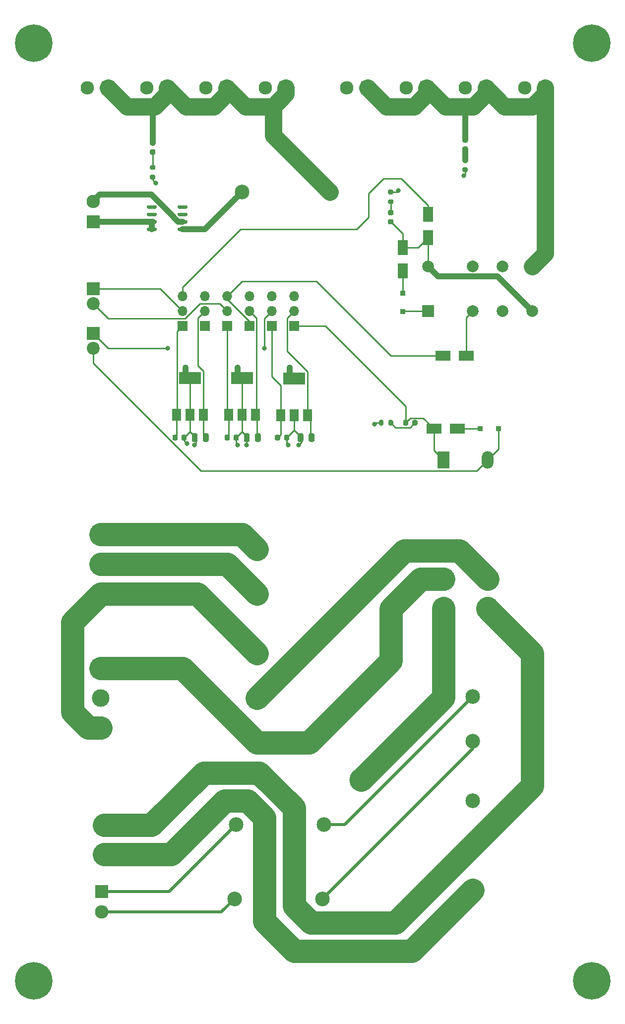
<source format=gbr>
%TF.GenerationSoftware,KiCad,Pcbnew,(5.1.9)-1*%
%TF.CreationDate,2021-03-27T15:00:31-04:00*%
%TF.ProjectId,Power,506f7765-722e-46b6-9963-61645f706362,rev?*%
%TF.SameCoordinates,Original*%
%TF.FileFunction,Copper,L1,Top*%
%TF.FilePolarity,Positive*%
%FSLAX46Y46*%
G04 Gerber Fmt 4.6, Leading zero omitted, Abs format (unit mm)*
G04 Created by KiCad (PCBNEW (5.1.9)-1) date 2021-03-27 15:00:31*
%MOMM*%
%LPD*%
G01*
G04 APERTURE LIST*
%TA.AperFunction,ComponentPad*%
%ADD10C,6.400000*%
%TD*%
%TA.AperFunction,SMDPad,CuDef*%
%ADD11R,2.500000X1.800000*%
%TD*%
%TA.AperFunction,SMDPad,CuDef*%
%ADD12R,1.800000X2.500000*%
%TD*%
%TA.AperFunction,ComponentPad*%
%ADD13C,2.500000*%
%TD*%
%TA.AperFunction,ComponentPad*%
%ADD14C,3.000000*%
%TD*%
%TA.AperFunction,ComponentPad*%
%ADD15R,3.000000X3.000000*%
%TD*%
%TA.AperFunction,ComponentPad*%
%ADD16R,2.500000X2.500000*%
%TD*%
%TA.AperFunction,ComponentPad*%
%ADD17R,2.300000X2.300000*%
%TD*%
%TA.AperFunction,ComponentPad*%
%ADD18C,2.300000*%
%TD*%
%TA.AperFunction,ComponentPad*%
%ADD19C,2.200000*%
%TD*%
%TA.AperFunction,ComponentPad*%
%ADD20R,2.200000X2.200000*%
%TD*%
%TA.AperFunction,ComponentPad*%
%ADD21R,1.700000X1.700000*%
%TD*%
%TA.AperFunction,ComponentPad*%
%ADD22O,1.700000X1.700000*%
%TD*%
%TA.AperFunction,ComponentPad*%
%ADD23R,2.000000X3.000000*%
%TD*%
%TA.AperFunction,ComponentPad*%
%ADD24O,2.000000X3.000000*%
%TD*%
%TA.AperFunction,ComponentPad*%
%ADD25O,3.000000X2.000000*%
%TD*%
%TA.AperFunction,SMDPad,CuDef*%
%ADD26R,3.800000X2.000000*%
%TD*%
%TA.AperFunction,SMDPad,CuDef*%
%ADD27R,1.500000X2.000000*%
%TD*%
%TA.AperFunction,ComponentPad*%
%ADD28R,2.000000X2.000000*%
%TD*%
%TA.AperFunction,ComponentPad*%
%ADD29C,2.000000*%
%TD*%
%TA.AperFunction,SMDPad,CuDef*%
%ADD30R,0.950000X0.900000*%
%TD*%
%TA.AperFunction,SMDPad,CuDef*%
%ADD31R,0.900000X0.950000*%
%TD*%
%TA.AperFunction,ViaPad*%
%ADD32C,0.800000*%
%TD*%
%TA.AperFunction,ViaPad*%
%ADD33C,4.000000*%
%TD*%
%TA.AperFunction,Conductor*%
%ADD34C,0.250000*%
%TD*%
%TA.AperFunction,Conductor*%
%ADD35C,1.000000*%
%TD*%
%TA.AperFunction,Conductor*%
%ADD36C,3.000000*%
%TD*%
%TA.AperFunction,Conductor*%
%ADD37C,4.000000*%
%TD*%
%TA.AperFunction,Conductor*%
%ADD38C,0.500000*%
%TD*%
G04 APERTURE END LIST*
D10*
%TO.P,H4,1*%
%TO.N,Earth_Protective*%
X165100000Y-177800000D03*
%TD*%
%TO.P,C1,2*%
%TO.N,GND*%
%TA.AperFunction,SMDPad,CuDef*%
G36*
G01*
X95080000Y-85340000D02*
X95080000Y-84840000D01*
G75*
G02*
X95305000Y-84615000I225000J0D01*
G01*
X95755000Y-84615000D01*
G75*
G02*
X95980000Y-84840000I0J-225000D01*
G01*
X95980000Y-85340000D01*
G75*
G02*
X95755000Y-85565000I-225000J0D01*
G01*
X95305000Y-85565000D01*
G75*
G02*
X95080000Y-85340000I0J225000D01*
G01*
G37*
%TD.AperFunction*%
%TO.P,C1,1*%
%TO.N,LDO_ON_IN*%
%TA.AperFunction,SMDPad,CuDef*%
G36*
G01*
X93530000Y-85340000D02*
X93530000Y-84840000D01*
G75*
G02*
X93755000Y-84615000I225000J0D01*
G01*
X94205000Y-84615000D01*
G75*
G02*
X94430000Y-84840000I0J-225000D01*
G01*
X94430000Y-85340000D01*
G75*
G02*
X94205000Y-85565000I-225000J0D01*
G01*
X93755000Y-85565000D01*
G75*
G02*
X93530000Y-85340000I0J225000D01*
G01*
G37*
%TD.AperFunction*%
%TD*%
%TO.P,C2,2*%
%TO.N,GND*%
%TA.AperFunction,SMDPad,CuDef*%
G36*
G01*
X103970000Y-85340000D02*
X103970000Y-84840000D01*
G75*
G02*
X104195000Y-84615000I225000J0D01*
G01*
X104645000Y-84615000D01*
G75*
G02*
X104870000Y-84840000I0J-225000D01*
G01*
X104870000Y-85340000D01*
G75*
G02*
X104645000Y-85565000I-225000J0D01*
G01*
X104195000Y-85565000D01*
G75*
G02*
X103970000Y-85340000I0J225000D01*
G01*
G37*
%TD.AperFunction*%
%TO.P,C2,1*%
%TO.N,LDO_OFF_IN*%
%TA.AperFunction,SMDPad,CuDef*%
G36*
G01*
X102420000Y-85340000D02*
X102420000Y-84840000D01*
G75*
G02*
X102645000Y-84615000I225000J0D01*
G01*
X103095000Y-84615000D01*
G75*
G02*
X103320000Y-84840000I0J-225000D01*
G01*
X103320000Y-85340000D01*
G75*
G02*
X103095000Y-85565000I-225000J0D01*
G01*
X102645000Y-85565000D01*
G75*
G02*
X102420000Y-85340000I0J225000D01*
G01*
G37*
%TD.AperFunction*%
%TD*%
%TO.P,C3,1*%
%TO.N,LDO_AC_IN*%
%TA.AperFunction,SMDPad,CuDef*%
G36*
G01*
X111030000Y-85340000D02*
X111030000Y-84840000D01*
G75*
G02*
X111255000Y-84615000I225000J0D01*
G01*
X111705000Y-84615000D01*
G75*
G02*
X111930000Y-84840000I0J-225000D01*
G01*
X111930000Y-85340000D01*
G75*
G02*
X111705000Y-85565000I-225000J0D01*
G01*
X111255000Y-85565000D01*
G75*
G02*
X111030000Y-85340000I0J225000D01*
G01*
G37*
%TD.AperFunction*%
%TO.P,C3,2*%
%TO.N,GND*%
%TA.AperFunction,SMDPad,CuDef*%
G36*
G01*
X112580000Y-85340000D02*
X112580000Y-84840000D01*
G75*
G02*
X112805000Y-84615000I225000J0D01*
G01*
X113255000Y-84615000D01*
G75*
G02*
X113480000Y-84840000I0J-225000D01*
G01*
X113480000Y-85340000D01*
G75*
G02*
X113255000Y-85565000I-225000J0D01*
G01*
X112805000Y-85565000D01*
G75*
G02*
X112580000Y-85340000I0J225000D01*
G01*
G37*
%TD.AperFunction*%
%TD*%
%TO.P,D1,1*%
%TO.N,Net-(D1-Pad1)*%
%TA.AperFunction,SMDPad,CuDef*%
G36*
G01*
X90426250Y-36785000D02*
X89913750Y-36785000D01*
G75*
G02*
X89695000Y-36566250I0J218750D01*
G01*
X89695000Y-36128750D01*
G75*
G02*
X89913750Y-35910000I218750J0D01*
G01*
X90426250Y-35910000D01*
G75*
G02*
X90645000Y-36128750I0J-218750D01*
G01*
X90645000Y-36566250D01*
G75*
G02*
X90426250Y-36785000I-218750J0D01*
G01*
G37*
%TD.AperFunction*%
%TO.P,D1,2*%
%TO.N,DC_IN_+*%
%TA.AperFunction,SMDPad,CuDef*%
G36*
G01*
X90426250Y-35210000D02*
X89913750Y-35210000D01*
G75*
G02*
X89695000Y-34991250I0J218750D01*
G01*
X89695000Y-34553750D01*
G75*
G02*
X89913750Y-34335000I218750J0D01*
G01*
X90426250Y-34335000D01*
G75*
G02*
X90645000Y-34553750I0J-218750D01*
G01*
X90645000Y-34991250D01*
G75*
G02*
X90426250Y-35210000I-218750J0D01*
G01*
G37*
%TD.AperFunction*%
%TD*%
%TO.P,D2,2*%
%TO.N,DC_SW_+*%
%TA.AperFunction,SMDPad,CuDef*%
G36*
G01*
X143766250Y-34727500D02*
X143253750Y-34727500D01*
G75*
G02*
X143035000Y-34508750I0J218750D01*
G01*
X143035000Y-34071250D01*
G75*
G02*
X143253750Y-33852500I218750J0D01*
G01*
X143766250Y-33852500D01*
G75*
G02*
X143985000Y-34071250I0J-218750D01*
G01*
X143985000Y-34508750D01*
G75*
G02*
X143766250Y-34727500I-218750J0D01*
G01*
G37*
%TD.AperFunction*%
%TO.P,D2,1*%
%TO.N,Net-(D2-Pad1)*%
%TA.AperFunction,SMDPad,CuDef*%
G36*
G01*
X143766250Y-36302500D02*
X143253750Y-36302500D01*
G75*
G02*
X143035000Y-36083750I0J218750D01*
G01*
X143035000Y-35646250D01*
G75*
G02*
X143253750Y-35427500I218750J0D01*
G01*
X143766250Y-35427500D01*
G75*
G02*
X143985000Y-35646250I0J-218750D01*
G01*
X143985000Y-36083750D01*
G75*
G02*
X143766250Y-36302500I-218750J0D01*
G01*
G37*
%TD.AperFunction*%
%TD*%
D11*
%TO.P,D3,2*%
%TO.N,Latch_DC*%
X139700000Y-71120000D03*
%TO.P,D3,1*%
%TO.N,Net-(D3-Pad1)*%
X143700000Y-71120000D03*
%TD*%
D12*
%TO.P,D4,2*%
%TO.N,Net-(D4-Pad2)*%
X132842000Y-56642000D03*
%TO.P,D4,1*%
%TO.N,Net-(D4-Pad1)*%
X132842000Y-52642000D03*
%TD*%
D11*
%TO.P,D5,1*%
%TO.N,Coil_AC*%
X138176000Y-83566000D03*
%TO.P,D5,2*%
%TO.N,Net-(D5-Pad2)*%
X142176000Y-83566000D03*
%TD*%
D12*
%TO.P,D6,1*%
%TO.N,Net-(D4-Pad1)*%
X137160000Y-50990000D03*
%TO.P,D6,2*%
%TO.N,Coil_DC*%
X137160000Y-46990000D03*
%TD*%
%TO.P,D7,2*%
%TO.N,Net-(D4-Pad1)*%
%TA.AperFunction,SMDPad,CuDef*%
G36*
G01*
X130553750Y-47822500D02*
X131066250Y-47822500D01*
G75*
G02*
X131285000Y-48041250I0J-218750D01*
G01*
X131285000Y-48478750D01*
G75*
G02*
X131066250Y-48697500I-218750J0D01*
G01*
X130553750Y-48697500D01*
G75*
G02*
X130335000Y-48478750I0J218750D01*
G01*
X130335000Y-48041250D01*
G75*
G02*
X130553750Y-47822500I218750J0D01*
G01*
G37*
%TD.AperFunction*%
%TO.P,D7,1*%
%TO.N,Net-(D7-Pad1)*%
%TA.AperFunction,SMDPad,CuDef*%
G36*
G01*
X130553750Y-46247500D02*
X131066250Y-46247500D01*
G75*
G02*
X131285000Y-46466250I0J-218750D01*
G01*
X131285000Y-46903750D01*
G75*
G02*
X131066250Y-47122500I-218750J0D01*
G01*
X130553750Y-47122500D01*
G75*
G02*
X130335000Y-46903750I0J218750D01*
G01*
X130335000Y-46466250D01*
G75*
G02*
X130553750Y-46247500I218750J0D01*
G01*
G37*
%TD.AperFunction*%
%TD*%
%TO.P,D8,1*%
%TO.N,Net-(D8-Pad1)*%
%TA.AperFunction,SMDPad,CuDef*%
G36*
G01*
X135362500Y-82293750D02*
X135362500Y-82806250D01*
G75*
G02*
X135143750Y-83025000I-218750J0D01*
G01*
X134706250Y-83025000D01*
G75*
G02*
X134487500Y-82806250I0J218750D01*
G01*
X134487500Y-82293750D01*
G75*
G02*
X134706250Y-82075000I218750J0D01*
G01*
X135143750Y-82075000D01*
G75*
G02*
X135362500Y-82293750I0J-218750D01*
G01*
G37*
%TD.AperFunction*%
%TO.P,D8,2*%
%TO.N,Coil_AC*%
%TA.AperFunction,SMDPad,CuDef*%
G36*
G01*
X133787500Y-82293750D02*
X133787500Y-82806250D01*
G75*
G02*
X133568750Y-83025000I-218750J0D01*
G01*
X133131250Y-83025000D01*
G75*
G02*
X132912500Y-82806250I0J218750D01*
G01*
X132912500Y-82293750D01*
G75*
G02*
X133131250Y-82075000I218750J0D01*
G01*
X133568750Y-82075000D01*
G75*
G02*
X133787500Y-82293750I0J-218750D01*
G01*
G37*
%TD.AperFunction*%
%TD*%
D13*
%TO.P,FL1,5*%
%TO.N,Line_DC_PWR*%
X107950000Y-104140000D03*
%TO.P,FL1,4*%
%TO.N,Neut_DC_PWR*%
X107950000Y-111760000D03*
%TO.P,FL1,3*%
%TO.N,Earth_Protective*%
X107950000Y-121920000D03*
%TO.P,FL1,2*%
%TO.N,Neut_IN*%
X107950000Y-129540000D03*
%TO.P,FL1,1*%
%TO.N,Line_IN*%
%TA.AperFunction,ComponentPad*%
G36*
G01*
X109200000Y-136535000D02*
X109200000Y-137785000D01*
G75*
G02*
X108575000Y-138410000I-625000J0D01*
G01*
X107325000Y-138410000D01*
G75*
G02*
X106700000Y-137785000I0J625000D01*
G01*
X106700000Y-136535000D01*
G75*
G02*
X107325000Y-135910000I625000J0D01*
G01*
X108575000Y-135910000D01*
G75*
G02*
X109200000Y-136535000I0J-625000D01*
G01*
G37*
%TD.AperFunction*%
%TD*%
%TO.P,FL2,1*%
%TO.N,Line_Servo*%
%TA.AperFunction,ComponentPad*%
G36*
G01*
X146030000Y-161700000D02*
X146030000Y-162950000D01*
G75*
G02*
X145405000Y-163575000I-625000J0D01*
G01*
X144155000Y-163575000D01*
G75*
G02*
X143530000Y-162950000I0J625000D01*
G01*
X143530000Y-161700000D01*
G75*
G02*
X144155000Y-161075000I625000J0D01*
G01*
X145405000Y-161075000D01*
G75*
G02*
X146030000Y-161700000I0J-625000D01*
G01*
G37*
%TD.AperFunction*%
%TO.P,FL2,2*%
%TO.N,Neut_Servo*%
X144780000Y-154705000D03*
%TO.P,FL2,3*%
%TO.N,Earth_Protective*%
X144780000Y-147085000D03*
%TO.P,FL2,4*%
%TO.N,Neut_Fuse*%
X144780000Y-136925000D03*
%TO.P,FL2,5*%
%TO.N,LIne_Fuse*%
X144780000Y-129305000D03*
%TD*%
D14*
%TO.P,J1,3*%
%TO.N,Earth_Protective*%
X81280000Y-111760000D03*
%TO.P,J1,2*%
%TO.N,Neut_DC_PWR*%
X81280000Y-106680000D03*
D15*
%TO.P,J1,1*%
%TO.N,Line_DC_PWR*%
X81280000Y-101600000D03*
%TD*%
%TO.P,J2,1*%
%TO.N,Line_IN*%
X81280000Y-124460000D03*
D14*
%TO.P,J2,2*%
%TO.N,Neut_IN*%
X81280000Y-129540000D03*
%TO.P,J2,3*%
%TO.N,Earth_Protective*%
X81280000Y-134620000D03*
%TD*%
D16*
%TO.P,J3,1*%
%TO.N,Line_Servo*%
X81880000Y-156210000D03*
D13*
%TO.P,J3,2*%
%TO.N,Neut_Servo*%
X81880000Y-151210000D03*
%TD*%
D17*
%TO.P,J4,1*%
%TO.N,LIne_Logic*%
X81480000Y-162560000D03*
D18*
%TO.P,J4,2*%
%TO.N,Neut_Logic*%
X81480000Y-166060000D03*
%TD*%
%TO.P,J5,2*%
%TO.N,GND*%
X79050000Y-25400000D03*
D17*
%TO.P,J5,1*%
%TO.N,DC_IN_+*%
X82550000Y-25400000D03*
%TD*%
D18*
%TO.P,J6,2*%
%TO.N,GND*%
X80010000Y-44760000D03*
D17*
%TO.P,J6,1*%
%TO.N,Net-(J6-Pad1)*%
X80010000Y-48260000D03*
%TD*%
D19*
%TO.P,J7,2*%
%TO.N,SW_OFF*%
X80010000Y-62230000D03*
D20*
%TO.P,J7,1*%
%TO.N,SW_ON*%
X80010000Y-59690000D03*
%TD*%
%TO.P,J8,1*%
%TO.N,ESD_+*%
X80010000Y-67310000D03*
D19*
%TO.P,J8,2*%
%TO.N,ESD_-*%
X80010000Y-69850000D03*
%TD*%
D17*
%TO.P,J9,1*%
%TO.N,DC_IN_+*%
X92665714Y-25400000D03*
D18*
%TO.P,J9,2*%
%TO.N,GND*%
X89165714Y-25400000D03*
%TD*%
D17*
%TO.P,J10,1*%
%TO.N,DC_IN_+*%
X102781428Y-25400000D03*
D18*
%TO.P,J10,2*%
%TO.N,GND*%
X99281428Y-25400000D03*
%TD*%
%TO.P,J11,2*%
%TO.N,GND*%
X109397142Y-25400000D03*
D17*
%TO.P,J11,1*%
%TO.N,DC_IN_+*%
X112897142Y-25400000D03*
%TD*%
D18*
%TO.P,J12,2*%
%TO.N,GND*%
X123322856Y-25400000D03*
D17*
%TO.P,J12,1*%
%TO.N,DC_SW_+*%
X126822856Y-25400000D03*
%TD*%
%TO.P,J13,1*%
%TO.N,DC_SW_+*%
X136938570Y-25400000D03*
D18*
%TO.P,J13,2*%
%TO.N,GND*%
X133438570Y-25400000D03*
%TD*%
%TO.P,J14,2*%
%TO.N,GND*%
X143554284Y-25400000D03*
D17*
%TO.P,J14,1*%
%TO.N,DC_SW_+*%
X147054284Y-25400000D03*
%TD*%
%TO.P,J15,1*%
%TO.N,DC_SW_+*%
X157170000Y-25400000D03*
D18*
%TO.P,J15,2*%
%TO.N,GND*%
X153670000Y-25400000D03*
%TD*%
D21*
%TO.P,JP1,1*%
%TO.N,LDO_ON_IN*%
X95250000Y-66040000D03*
D22*
%TO.P,JP1,2*%
%TO.N,SW_ON*%
X95250000Y-63500000D03*
%TO.P,JP1,3*%
%TO.N,Coil_DC*%
X95250000Y-60960000D03*
%TD*%
%TO.P,JP2,3*%
%TO.N,Net-(JP2-Pad3)*%
X99060000Y-60960000D03*
%TO.P,JP2,2*%
%TO.N,LDO_ON_OUT*%
X99060000Y-63500000D03*
D21*
%TO.P,JP2,1*%
%TO.N,Coil_DC*%
X99060000Y-66040000D03*
%TD*%
%TO.P,JP3,1*%
%TO.N,LDO_OFF_IN*%
X102870000Y-66040000D03*
D22*
%TO.P,JP3,2*%
%TO.N,SW_OFF*%
X102870000Y-63500000D03*
%TO.P,JP3,3*%
%TO.N,Latch_DC*%
X102870000Y-60960000D03*
%TD*%
%TO.P,JP4,3*%
%TO.N,Net-(JP4-Pad3)*%
X106680000Y-60960000D03*
%TO.P,JP4,2*%
%TO.N,LDO_OFF_OUT*%
X106680000Y-63500000D03*
D21*
%TO.P,JP4,1*%
%TO.N,Latch_DC*%
X106680000Y-66040000D03*
%TD*%
D22*
%TO.P,JP5,3*%
%TO.N,Coil_AC*%
X110490000Y-60960000D03*
%TO.P,JP5,2*%
%TO.N,ESD_+*%
X110490000Y-63500000D03*
D21*
%TO.P,JP5,1*%
%TO.N,LDO_AC_IN*%
X110490000Y-66040000D03*
%TD*%
%TO.P,JP6,1*%
%TO.N,Coil_AC*%
X114300000Y-66040000D03*
D22*
%TO.P,JP6,2*%
%TO.N,LDO_AC_OUT*%
X114300000Y-63500000D03*
%TO.P,JP6,3*%
%TO.N,Net-(JP6-Pad3)*%
X114300000Y-60960000D03*
%TD*%
D23*
%TO.P,K1,A1*%
%TO.N,Coil_AC*%
X139820000Y-88900000D03*
D24*
%TO.P,K1,A2*%
%TO.N,ESD_-*%
X147320000Y-88900000D03*
D25*
%TO.P,K1,11*%
%TO.N,Line_IN*%
X139820000Y-109200000D03*
%TO.P,K1,24*%
%TO.N,Neut_Servo*%
X147320000Y-114240000D03*
%TO.P,K1,21*%
%TO.N,Neut_IN*%
X147320000Y-109200000D03*
%TO.P,K1,14*%
%TO.N,Line_Servo*%
X139820000Y-114240000D03*
%TD*%
%TO.P,R1,2*%
%TO.N,GND*%
%TA.AperFunction,SMDPad,CuDef*%
G36*
G01*
X89895000Y-40240000D02*
X90445000Y-40240000D01*
G75*
G02*
X90645000Y-40440000I0J-200000D01*
G01*
X90645000Y-40840000D01*
G75*
G02*
X90445000Y-41040000I-200000J0D01*
G01*
X89895000Y-41040000D01*
G75*
G02*
X89695000Y-40840000I0J200000D01*
G01*
X89695000Y-40440000D01*
G75*
G02*
X89895000Y-40240000I200000J0D01*
G01*
G37*
%TD.AperFunction*%
%TO.P,R1,1*%
%TO.N,Net-(D1-Pad1)*%
%TA.AperFunction,SMDPad,CuDef*%
G36*
G01*
X89895000Y-38590000D02*
X90445000Y-38590000D01*
G75*
G02*
X90645000Y-38790000I0J-200000D01*
G01*
X90645000Y-39190000D01*
G75*
G02*
X90445000Y-39390000I-200000J0D01*
G01*
X89895000Y-39390000D01*
G75*
G02*
X89695000Y-39190000I0J200000D01*
G01*
X89695000Y-38790000D01*
G75*
G02*
X89895000Y-38590000I200000J0D01*
G01*
G37*
%TD.AperFunction*%
%TD*%
%TO.P,R2,1*%
%TO.N,Net-(D2-Pad1)*%
%TA.AperFunction,SMDPad,CuDef*%
G36*
G01*
X143235000Y-37320000D02*
X143785000Y-37320000D01*
G75*
G02*
X143985000Y-37520000I0J-200000D01*
G01*
X143985000Y-37920000D01*
G75*
G02*
X143785000Y-38120000I-200000J0D01*
G01*
X143235000Y-38120000D01*
G75*
G02*
X143035000Y-37920000I0J200000D01*
G01*
X143035000Y-37520000D01*
G75*
G02*
X143235000Y-37320000I200000J0D01*
G01*
G37*
%TD.AperFunction*%
%TO.P,R2,2*%
%TO.N,GND*%
%TA.AperFunction,SMDPad,CuDef*%
G36*
G01*
X143235000Y-38970000D02*
X143785000Y-38970000D01*
G75*
G02*
X143985000Y-39170000I0J-200000D01*
G01*
X143985000Y-39570000D01*
G75*
G02*
X143785000Y-39770000I-200000J0D01*
G01*
X143235000Y-39770000D01*
G75*
G02*
X143035000Y-39570000I0J200000D01*
G01*
X143035000Y-39170000D01*
G75*
G02*
X143235000Y-38970000I200000J0D01*
G01*
G37*
%TD.AperFunction*%
%TD*%
%TO.P,R3,2*%
%TO.N,GND*%
%TA.AperFunction,SMDPad,CuDef*%
G36*
G01*
X131085000Y-43580000D02*
X130535000Y-43580000D01*
G75*
G02*
X130335000Y-43380000I0J200000D01*
G01*
X130335000Y-42980000D01*
G75*
G02*
X130535000Y-42780000I200000J0D01*
G01*
X131085000Y-42780000D01*
G75*
G02*
X131285000Y-42980000I0J-200000D01*
G01*
X131285000Y-43380000D01*
G75*
G02*
X131085000Y-43580000I-200000J0D01*
G01*
G37*
%TD.AperFunction*%
%TO.P,R3,1*%
%TO.N,Net-(D7-Pad1)*%
%TA.AperFunction,SMDPad,CuDef*%
G36*
G01*
X131085000Y-45230000D02*
X130535000Y-45230000D01*
G75*
G02*
X130335000Y-45030000I0J200000D01*
G01*
X130335000Y-44630000D01*
G75*
G02*
X130535000Y-44430000I200000J0D01*
G01*
X131085000Y-44430000D01*
G75*
G02*
X131285000Y-44630000I0J-200000D01*
G01*
X131285000Y-45030000D01*
G75*
G02*
X131085000Y-45230000I-200000J0D01*
G01*
G37*
%TD.AperFunction*%
%TD*%
%TO.P,R4,1*%
%TO.N,Net-(D8-Pad1)*%
%TA.AperFunction,SMDPad,CuDef*%
G36*
G01*
X131210000Y-82275000D02*
X131210000Y-82825000D01*
G75*
G02*
X131010000Y-83025000I-200000J0D01*
G01*
X130610000Y-83025000D01*
G75*
G02*
X130410000Y-82825000I0J200000D01*
G01*
X130410000Y-82275000D01*
G75*
G02*
X130610000Y-82075000I200000J0D01*
G01*
X131010000Y-82075000D01*
G75*
G02*
X131210000Y-82275000I0J-200000D01*
G01*
G37*
%TD.AperFunction*%
%TO.P,R4,2*%
%TO.N,GND*%
%TA.AperFunction,SMDPad,CuDef*%
G36*
G01*
X129560000Y-82275000D02*
X129560000Y-82825000D01*
G75*
G02*
X129360000Y-83025000I-200000J0D01*
G01*
X128960000Y-83025000D01*
G75*
G02*
X128760000Y-82825000I0J200000D01*
G01*
X128760000Y-82275000D01*
G75*
G02*
X128960000Y-82075000I200000J0D01*
G01*
X129360000Y-82075000D01*
G75*
G02*
X129560000Y-82275000I0J-200000D01*
G01*
G37*
%TD.AperFunction*%
%TD*%
%TO.P,U2,1*%
%TO.N,Net-(F1-Pad1)*%
%TA.AperFunction,SMDPad,CuDef*%
G36*
G01*
X96075000Y-49380000D02*
X96075000Y-49680000D01*
G75*
G02*
X95925000Y-49830000I-150000J0D01*
G01*
X94575000Y-49830000D01*
G75*
G02*
X94425000Y-49680000I0J150000D01*
G01*
X94425000Y-49380000D01*
G75*
G02*
X94575000Y-49230000I150000J0D01*
G01*
X95925000Y-49230000D01*
G75*
G02*
X96075000Y-49380000I0J-150000D01*
G01*
G37*
%TD.AperFunction*%
%TO.P,U2,2*%
%TO.N,GND*%
%TA.AperFunction,SMDPad,CuDef*%
G36*
G01*
X96075000Y-48110000D02*
X96075000Y-48410000D01*
G75*
G02*
X95925000Y-48560000I-150000J0D01*
G01*
X94575000Y-48560000D01*
G75*
G02*
X94425000Y-48410000I0J150000D01*
G01*
X94425000Y-48110000D01*
G75*
G02*
X94575000Y-47960000I150000J0D01*
G01*
X95925000Y-47960000D01*
G75*
G02*
X96075000Y-48110000I0J-150000D01*
G01*
G37*
%TD.AperFunction*%
%TO.P,U2,3*%
%TO.N,N/C*%
%TA.AperFunction,SMDPad,CuDef*%
G36*
G01*
X96075000Y-46840000D02*
X96075000Y-47140000D01*
G75*
G02*
X95925000Y-47290000I-150000J0D01*
G01*
X94575000Y-47290000D01*
G75*
G02*
X94425000Y-47140000I0J150000D01*
G01*
X94425000Y-46840000D01*
G75*
G02*
X94575000Y-46690000I150000J0D01*
G01*
X95925000Y-46690000D01*
G75*
G02*
X96075000Y-46840000I0J-150000D01*
G01*
G37*
%TD.AperFunction*%
%TO.P,U2,4*%
%TA.AperFunction,SMDPad,CuDef*%
G36*
G01*
X96075000Y-45570000D02*
X96075000Y-45870000D01*
G75*
G02*
X95925000Y-46020000I-150000J0D01*
G01*
X94575000Y-46020000D01*
G75*
G02*
X94425000Y-45870000I0J150000D01*
G01*
X94425000Y-45570000D01*
G75*
G02*
X94575000Y-45420000I150000J0D01*
G01*
X95925000Y-45420000D01*
G75*
G02*
X96075000Y-45570000I0J-150000D01*
G01*
G37*
%TD.AperFunction*%
%TO.P,U2,5*%
%TA.AperFunction,SMDPad,CuDef*%
G36*
G01*
X90825000Y-45570000D02*
X90825000Y-45870000D01*
G75*
G02*
X90675000Y-46020000I-150000J0D01*
G01*
X89325000Y-46020000D01*
G75*
G02*
X89175000Y-45870000I0J150000D01*
G01*
X89175000Y-45570000D01*
G75*
G02*
X89325000Y-45420000I150000J0D01*
G01*
X90675000Y-45420000D01*
G75*
G02*
X90825000Y-45570000I0J-150000D01*
G01*
G37*
%TD.AperFunction*%
%TO.P,U2,6*%
%TA.AperFunction,SMDPad,CuDef*%
G36*
G01*
X90825000Y-46840000D02*
X90825000Y-47140000D01*
G75*
G02*
X90675000Y-47290000I-150000J0D01*
G01*
X89325000Y-47290000D01*
G75*
G02*
X89175000Y-47140000I0J150000D01*
G01*
X89175000Y-46840000D01*
G75*
G02*
X89325000Y-46690000I150000J0D01*
G01*
X90675000Y-46690000D01*
G75*
G02*
X90825000Y-46840000I0J-150000D01*
G01*
G37*
%TD.AperFunction*%
%TO.P,U2,7*%
%TO.N,Net-(J6-Pad1)*%
%TA.AperFunction,SMDPad,CuDef*%
G36*
G01*
X90825000Y-48110000D02*
X90825000Y-48410000D01*
G75*
G02*
X90675000Y-48560000I-150000J0D01*
G01*
X89325000Y-48560000D01*
G75*
G02*
X89175000Y-48410000I0J150000D01*
G01*
X89175000Y-48110000D01*
G75*
G02*
X89325000Y-47960000I150000J0D01*
G01*
X90675000Y-47960000D01*
G75*
G02*
X90825000Y-48110000I0J-150000D01*
G01*
G37*
%TD.AperFunction*%
%TO.P,U2,8*%
%TA.AperFunction,SMDPad,CuDef*%
G36*
G01*
X90825000Y-49380000D02*
X90825000Y-49680000D01*
G75*
G02*
X90675000Y-49830000I-150000J0D01*
G01*
X89325000Y-49830000D01*
G75*
G02*
X89175000Y-49680000I0J150000D01*
G01*
X89175000Y-49380000D01*
G75*
G02*
X89325000Y-49230000I150000J0D01*
G01*
X90675000Y-49230000D01*
G75*
G02*
X90825000Y-49380000I0J-150000D01*
G01*
G37*
%TD.AperFunction*%
%TD*%
D26*
%TO.P,U3,2*%
%TO.N,GND*%
X96520000Y-74930000D03*
D27*
X96520000Y-81230000D03*
%TO.P,U3,3*%
%TO.N,LDO_ON_OUT*%
X98820000Y-81230000D03*
%TO.P,U3,1*%
%TO.N,LDO_ON_IN*%
X94220000Y-81230000D03*
%TD*%
D26*
%TO.P,U4,2*%
%TO.N,GND*%
X105410000Y-74930000D03*
D27*
X105410000Y-81230000D03*
%TO.P,U4,3*%
%TO.N,LDO_OFF_OUT*%
X107710000Y-81230000D03*
%TO.P,U4,1*%
%TO.N,LDO_OFF_IN*%
X103110000Y-81230000D03*
%TD*%
%TO.P,U5,1*%
%TO.N,LDO_AC_IN*%
X112000000Y-81280000D03*
%TO.P,U5,3*%
%TO.N,LDO_AC_OUT*%
X116600000Y-81280000D03*
%TO.P,U5,2*%
%TO.N,GND*%
X114300000Y-81280000D03*
D26*
X114300000Y-74980000D03*
%TD*%
D28*
%TO.P,RLY1,1*%
%TO.N,GND*%
X137160000Y-63500000D03*
D29*
%TO.P,RLY1,16*%
%TO.N,Net-(D4-Pad1)*%
X137160000Y-55880000D03*
%TO.P,RLY1,4*%
%TO.N,Net-(D3-Pad1)*%
X144780000Y-63500000D03*
%TO.P,RLY1,6*%
%TO.N,Net-(RLY1-Pad6)*%
X149860000Y-63500000D03*
%TO.P,RLY1,8*%
%TO.N,Net-(D4-Pad1)*%
X154940000Y-63500000D03*
%TO.P,RLY1,13*%
%TO.N,SW_OFF*%
X144780000Y-55880000D03*
%TO.P,RLY1,11*%
%TO.N,Net-(RLY1-Pad11)*%
X149860000Y-55880000D03*
%TO.P,RLY1,9*%
%TO.N,DC_SW_+*%
X154940000Y-55880000D03*
%TD*%
D30*
%TO.P,Z1,K*%
%TO.N,GND*%
X132842000Y-63602000D03*
%TO.P,Z1,A*%
%TO.N,Net-(D4-Pad2)*%
X132842000Y-60452000D03*
%TD*%
D31*
%TO.P,Z2,A*%
%TO.N,Net-(D5-Pad2)*%
X146050000Y-83566000D03*
%TO.P,Z2,K*%
%TO.N,ESD_-*%
X149200000Y-83566000D03*
%TD*%
D13*
%TO.P,F1,1*%
%TO.N,Net-(F1-Pad1)*%
X105410000Y-43180000D03*
%TO.P,F1,2*%
%TO.N,DC_IN_+*%
X120410000Y-43180000D03*
%TD*%
%TO.P,F2,1*%
%TO.N,LIne_Logic*%
X104380000Y-151130000D03*
%TO.P,F2,2*%
%TO.N,LIne_Fuse*%
X119380000Y-151130000D03*
%TD*%
%TO.P,F3,2*%
%TO.N,Neut_Fuse*%
X119140000Y-163830000D03*
%TO.P,F3,1*%
%TO.N,Neut_Logic*%
X104140000Y-163830000D03*
%TD*%
D10*
%TO.P,H1,1*%
%TO.N,GND*%
X69850000Y-17780000D03*
%TD*%
%TO.P,H2,1*%
%TO.N,GND*%
X165100000Y-17780000D03*
%TD*%
%TO.P,H3,1*%
%TO.N,Earth_Protective*%
X69850000Y-177800000D03*
%TD*%
%TO.P,C4,1*%
%TO.N,LDO_ON_OUT*%
%TA.AperFunction,SMDPad,CuDef*%
G36*
G01*
X99735000Y-84615000D02*
X99735000Y-85565000D01*
G75*
G02*
X99485000Y-85815000I-250000J0D01*
G01*
X98985000Y-85815000D01*
G75*
G02*
X98735000Y-85565000I0J250000D01*
G01*
X98735000Y-84615000D01*
G75*
G02*
X98985000Y-84365000I250000J0D01*
G01*
X99485000Y-84365000D01*
G75*
G02*
X99735000Y-84615000I0J-250000D01*
G01*
G37*
%TD.AperFunction*%
%TO.P,C4,2*%
%TO.N,GND*%
%TA.AperFunction,SMDPad,CuDef*%
G36*
G01*
X97835000Y-84615000D02*
X97835000Y-85565000D01*
G75*
G02*
X97585000Y-85815000I-250000J0D01*
G01*
X97085000Y-85815000D01*
G75*
G02*
X96835000Y-85565000I0J250000D01*
G01*
X96835000Y-84615000D01*
G75*
G02*
X97085000Y-84365000I250000J0D01*
G01*
X97585000Y-84365000D01*
G75*
G02*
X97835000Y-84615000I0J-250000D01*
G01*
G37*
%TD.AperFunction*%
%TD*%
%TO.P,C5,2*%
%TO.N,GND*%
%TA.AperFunction,SMDPad,CuDef*%
G36*
G01*
X106725000Y-84615000D02*
X106725000Y-85565000D01*
G75*
G02*
X106475000Y-85815000I-250000J0D01*
G01*
X105975000Y-85815000D01*
G75*
G02*
X105725000Y-85565000I0J250000D01*
G01*
X105725000Y-84615000D01*
G75*
G02*
X105975000Y-84365000I250000J0D01*
G01*
X106475000Y-84365000D01*
G75*
G02*
X106725000Y-84615000I0J-250000D01*
G01*
G37*
%TD.AperFunction*%
%TO.P,C5,1*%
%TO.N,LDO_OFF_OUT*%
%TA.AperFunction,SMDPad,CuDef*%
G36*
G01*
X108625000Y-84615000D02*
X108625000Y-85565000D01*
G75*
G02*
X108375000Y-85815000I-250000J0D01*
G01*
X107875000Y-85815000D01*
G75*
G02*
X107625000Y-85565000I0J250000D01*
G01*
X107625000Y-84615000D01*
G75*
G02*
X107875000Y-84365000I250000J0D01*
G01*
X108375000Y-84365000D01*
G75*
G02*
X108625000Y-84615000I0J-250000D01*
G01*
G37*
%TD.AperFunction*%
%TD*%
%TO.P,C6,1*%
%TO.N,LDO_AC_OUT*%
%TA.AperFunction,SMDPad,CuDef*%
G36*
G01*
X117795000Y-84615000D02*
X117795000Y-85565000D01*
G75*
G02*
X117545000Y-85815000I-250000J0D01*
G01*
X117045000Y-85815000D01*
G75*
G02*
X116795000Y-85565000I0J250000D01*
G01*
X116795000Y-84615000D01*
G75*
G02*
X117045000Y-84365000I250000J0D01*
G01*
X117545000Y-84365000D01*
G75*
G02*
X117795000Y-84615000I0J-250000D01*
G01*
G37*
%TD.AperFunction*%
%TO.P,C6,2*%
%TO.N,GND*%
%TA.AperFunction,SMDPad,CuDef*%
G36*
G01*
X115895000Y-84615000D02*
X115895000Y-85565000D01*
G75*
G02*
X115645000Y-85815000I-250000J0D01*
G01*
X115145000Y-85815000D01*
G75*
G02*
X114895000Y-85565000I0J250000D01*
G01*
X114895000Y-84615000D01*
G75*
G02*
X115145000Y-84365000I250000J0D01*
G01*
X115645000Y-84365000D01*
G75*
G02*
X115895000Y-84615000I0J-250000D01*
G01*
G37*
%TD.AperFunction*%
%TD*%
D32*
%TO.N,GND*%
X96012000Y-86106000D03*
X97282000Y-86360000D03*
X104648000Y-86360000D03*
X106172000Y-86360000D03*
X113284000Y-86360000D03*
X115062000Y-86360000D03*
X113538000Y-73152000D03*
X143256000Y-40386000D03*
X132080000Y-42926000D03*
X104648000Y-73152000D03*
X95758000Y-73152000D03*
X128016000Y-82804000D03*
X90678000Y-41656000D03*
D33*
%TO.N,Line_Servo*%
X125730000Y-143510000D03*
D32*
%TO.N,ESD_+*%
X109220000Y-69850000D03*
X92710000Y-69850000D03*
%TD*%
D34*
%TO.N,GND*%
X96520000Y-84100000D02*
X95530000Y-85090000D01*
X96520000Y-84100000D02*
X97510000Y-85090000D01*
X96520000Y-81230000D02*
X96520000Y-84100000D01*
X105410000Y-84100000D02*
X104420000Y-85090000D01*
X105410000Y-84100000D02*
X106400000Y-85090000D01*
X105410000Y-81230000D02*
X105410000Y-84100000D01*
X114300000Y-83820000D02*
X113030000Y-85090000D01*
X114300000Y-83820000D02*
X115570000Y-85090000D01*
X114300000Y-81280000D02*
X114300000Y-83820000D01*
X96520000Y-81230000D02*
X96520000Y-74930000D01*
X105410000Y-74930000D02*
X105410000Y-81230000D01*
X143510000Y-40132000D02*
X143256000Y-40386000D01*
X143510000Y-39370000D02*
X143510000Y-40132000D01*
X131826000Y-43180000D02*
X132080000Y-42926000D01*
X130810000Y-43180000D02*
X131826000Y-43180000D01*
D35*
X113538000Y-74218000D02*
X114300000Y-74980000D01*
X113538000Y-73152000D02*
X113538000Y-74218000D01*
X104648000Y-74168000D02*
X105410000Y-74930000D01*
X104648000Y-73152000D02*
X104648000Y-74168000D01*
X95758000Y-74168000D02*
X96520000Y-74930000D01*
X95758000Y-73152000D02*
X95758000Y-74168000D01*
D34*
X95530000Y-85624000D02*
X96012000Y-86106000D01*
X95530000Y-85090000D02*
X95530000Y-85624000D01*
X97510000Y-86132000D02*
X97282000Y-86360000D01*
X97510000Y-85090000D02*
X97510000Y-86132000D01*
X104420000Y-86132000D02*
X104648000Y-86360000D01*
X104420000Y-85090000D02*
X104420000Y-86132000D01*
X106172000Y-85318000D02*
X106400000Y-85090000D01*
X106172000Y-86360000D02*
X106172000Y-85318000D01*
X113030000Y-86106000D02*
X113284000Y-86360000D01*
X113030000Y-85090000D02*
X113030000Y-86106000D01*
X115570000Y-85852000D02*
X115062000Y-86360000D01*
X115570000Y-85090000D02*
X115570000Y-85852000D01*
X128270000Y-82550000D02*
X128016000Y-82804000D01*
X129160000Y-82550000D02*
X128270000Y-82550000D01*
D35*
X94492902Y-48260000D02*
X95250000Y-48260000D01*
X93724990Y-47492088D02*
X94492902Y-48260000D01*
X93724990Y-47417892D02*
X93724990Y-47492088D01*
X89917099Y-43610001D02*
X93724990Y-47417892D01*
X81159999Y-43610001D02*
X89917099Y-43610001D01*
X80010000Y-44760000D02*
X81159999Y-43610001D01*
D34*
X90170000Y-41148000D02*
X90678000Y-41656000D01*
X90170000Y-40640000D02*
X90170000Y-41148000D01*
X132944000Y-63500000D02*
X132842000Y-63602000D01*
X137160000Y-63500000D02*
X132944000Y-63500000D01*
%TO.N,LDO_ON_IN*%
X94294999Y-81155001D02*
X94220000Y-81230000D01*
X94294999Y-66995001D02*
X94294999Y-81155001D01*
X95250000Y-66040000D02*
X94294999Y-66995001D01*
X94220000Y-84850000D02*
X93980000Y-85090000D01*
X94220000Y-81230000D02*
X94220000Y-84850000D01*
%TO.N,LDO_OFF_IN*%
X102870000Y-80990000D02*
X103110000Y-81230000D01*
X102870000Y-66040000D02*
X102870000Y-80990000D01*
X103110000Y-84850000D02*
X102870000Y-85090000D01*
X103110000Y-81230000D02*
X103110000Y-84850000D01*
%TO.N,LDO_AC_IN*%
X112000000Y-76165002D02*
X112000000Y-81280000D01*
X110490000Y-74655002D02*
X112000000Y-76165002D01*
X110490000Y-66040000D02*
X110490000Y-74655002D01*
X112000000Y-84570000D02*
X111480000Y-85090000D01*
X112000000Y-81280000D02*
X112000000Y-84570000D01*
%TO.N,LDO_ON_OUT*%
X98820000Y-73744998D02*
X98820000Y-81230000D01*
X97884999Y-72809997D02*
X98820000Y-73744998D01*
X97884999Y-64675001D02*
X97884999Y-72809997D01*
X99060000Y-63500000D02*
X97884999Y-64675001D01*
X98820000Y-84850000D02*
X99060000Y-85090000D01*
X98820000Y-81230000D02*
X98820000Y-84850000D01*
%TO.N,LDO_OFF_OUT*%
X107950000Y-81470000D02*
X107710000Y-81230000D01*
X107950000Y-85090000D02*
X107950000Y-81470000D01*
X107855001Y-81084999D02*
X107710000Y-81230000D01*
X107855001Y-64675001D02*
X107855001Y-81084999D01*
X106680000Y-63500000D02*
X107855001Y-64675001D01*
%TO.N,LDO_AC_OUT*%
X117120000Y-81800000D02*
X116600000Y-81280000D01*
X117120000Y-85090000D02*
X117120000Y-81800000D01*
X116600000Y-73794998D02*
X116600000Y-81280000D01*
X113124999Y-70319997D02*
X116600000Y-73794998D01*
X113124999Y-64675001D02*
X113124999Y-70319997D01*
X114300000Y-63500000D02*
X113124999Y-64675001D01*
%TO.N,Net-(D1-Pad1)*%
X90170000Y-38990000D02*
X90170000Y-36347500D01*
D36*
%TO.N,DC_IN_+*%
X105981438Y-28600010D02*
X102781428Y-25400000D01*
X110722629Y-28600010D02*
X105981438Y-28600010D01*
X112897142Y-26425497D02*
X110722629Y-28600010D01*
X112897142Y-25400000D02*
X112897142Y-26425497D01*
X95865724Y-28600010D02*
X92665714Y-25400000D01*
X100606915Y-28600010D02*
X95865724Y-28600010D01*
X102781428Y-26425497D02*
X100606915Y-28600010D01*
X102781428Y-25400000D02*
X102781428Y-26425497D01*
X90491201Y-28600010D02*
X85750010Y-28600010D01*
X92665714Y-26425497D02*
X90491201Y-28600010D01*
X85750010Y-28600010D02*
X82550000Y-25400000D01*
X92665714Y-25400000D02*
X92665714Y-26425497D01*
X110722629Y-33492629D02*
X120410000Y-43180000D01*
X110722629Y-28600010D02*
X110722629Y-33492629D01*
D35*
X90170000Y-28921211D02*
X90491201Y-28600010D01*
X90170000Y-34772500D02*
X90170000Y-28921211D01*
D36*
%TO.N,DC_SW_+*%
X150254294Y-28600010D02*
X147054284Y-25400000D01*
X154995487Y-28600010D02*
X150254294Y-28600010D01*
X157170000Y-26425497D02*
X154995487Y-28600010D01*
X157170000Y-25400000D02*
X157170000Y-26425497D01*
X140138580Y-28600010D02*
X136938570Y-25400000D01*
X144879771Y-28600010D02*
X140138580Y-28600010D01*
X147054284Y-26425497D02*
X144879771Y-28600010D01*
X147054284Y-25400000D02*
X147054284Y-26425497D01*
X130022866Y-28600010D02*
X126822856Y-25400000D01*
X134764057Y-28600010D02*
X130022866Y-28600010D01*
X136938570Y-26425497D02*
X134764057Y-28600010D01*
X136938570Y-25400000D02*
X136938570Y-26425497D01*
D35*
X143510000Y-29969781D02*
X144879771Y-28600010D01*
X143510000Y-34290000D02*
X143510000Y-29969781D01*
D36*
X157170000Y-53650000D02*
X157170000Y-25400000D01*
X154940000Y-55880000D02*
X157170000Y-53650000D01*
D35*
%TO.N,Net-(D2-Pad1)*%
X143510000Y-35865000D02*
X143510000Y-37720000D01*
D34*
%TO.N,Latch_DC*%
X106680000Y-65239002D02*
X106680000Y-66040000D01*
X102870000Y-61429002D02*
X106680000Y-65239002D01*
X102870000Y-60960000D02*
X102870000Y-61429002D01*
X130810000Y-71120000D02*
X139700000Y-71120000D01*
X118110000Y-58420000D02*
X130810000Y-71120000D01*
X105410000Y-58420000D02*
X118110000Y-58420000D01*
X102870000Y-60960000D02*
X105410000Y-58420000D01*
%TO.N,Net-(D3-Pad1)*%
X143700000Y-64580000D02*
X144780000Y-63500000D01*
X143700000Y-71120000D02*
X143700000Y-64580000D01*
%TO.N,Net-(D4-Pad2)*%
X132842000Y-60452000D02*
X132842000Y-56642000D01*
D35*
%TO.N,Net-(D4-Pad1)*%
X138860001Y-57580001D02*
X149020001Y-57580001D01*
X149020001Y-57580001D02*
X154940000Y-63500000D01*
X137160000Y-55880000D02*
X138860001Y-57580001D01*
D34*
X137160000Y-55880000D02*
X137160000Y-50990000D01*
X135508000Y-52642000D02*
X137160000Y-50990000D01*
X132842000Y-52642000D02*
X135508000Y-52642000D01*
X132842000Y-50292000D02*
X130810000Y-48260000D01*
X132842000Y-52642000D02*
X132842000Y-50292000D01*
%TO.N,Coil_AC*%
X133350000Y-79731006D02*
X133350000Y-82550000D01*
X119658994Y-66040000D02*
X133350000Y-79731006D01*
X114300000Y-66040000D02*
X119658994Y-66040000D01*
X138176000Y-87256000D02*
X139820000Y-88900000D01*
X138176000Y-83566000D02*
X138176000Y-87256000D01*
X134150010Y-81749990D02*
X133350000Y-82550000D01*
X136359990Y-81749990D02*
X134150010Y-81749990D01*
X138176000Y-83566000D02*
X136359990Y-81749990D01*
%TO.N,Net-(D5-Pad2)*%
X146050000Y-83566000D02*
X142176000Y-83566000D01*
%TO.N,Coil_DC*%
X95250000Y-60960000D02*
X95250000Y-59436000D01*
X95250000Y-59436000D02*
X105156000Y-49530000D01*
X105156000Y-49530000D02*
X124968000Y-49530000D01*
X124968000Y-49530000D02*
X127000000Y-47498000D01*
X127000000Y-47498000D02*
X127000000Y-43434000D01*
X127000000Y-43434000D02*
X129540000Y-40894000D01*
X137160000Y-45490000D02*
X137160000Y-46990000D01*
X132564000Y-40894000D02*
X137160000Y-45490000D01*
X129540000Y-40894000D02*
X132564000Y-40894000D01*
%TO.N,Net-(D7-Pad1)*%
X130810000Y-44830000D02*
X130810000Y-46685000D01*
%TO.N,Net-(D8-Pad1)*%
X131610010Y-83350010D02*
X130810000Y-82550000D01*
X134124990Y-83350010D02*
X131610010Y-83350010D01*
X134925000Y-82550000D02*
X134124990Y-83350010D01*
D37*
%TO.N,Earth_Protective*%
X76479990Y-131941310D02*
X76479990Y-116560010D01*
X76479990Y-116560010D02*
X81280000Y-111760000D01*
X79158680Y-134620000D02*
X76479990Y-131941310D01*
X81280000Y-134620000D02*
X79158680Y-134620000D01*
X97790000Y-111760000D02*
X107950000Y-121920000D01*
X81280000Y-111760000D02*
X97790000Y-111760000D01*
%TO.N,Neut_IN*%
X142519990Y-104399990D02*
X147320000Y-109200000D01*
X133090010Y-104399990D02*
X142519990Y-104399990D01*
X107950000Y-129540000D02*
X133090010Y-104399990D01*
%TO.N,Line_IN*%
X95250000Y-124460000D02*
X107950000Y-137160000D01*
X81280000Y-124460000D02*
X95250000Y-124460000D01*
X107950000Y-137160000D02*
X116840000Y-137160000D01*
X116840000Y-137160000D02*
X130810000Y-123190000D01*
X130810000Y-123190000D02*
X130810000Y-114300000D01*
X135910000Y-109200000D02*
X139820000Y-109200000D01*
X130810000Y-114300000D02*
X135910000Y-109200000D01*
%TO.N,Line_Servo*%
X106324001Y-147079999D02*
X109220000Y-149975998D01*
X102435999Y-147079999D02*
X106324001Y-147079999D01*
X93305998Y-156210000D02*
X102435999Y-147079999D01*
X81880000Y-156210000D02*
X93305998Y-156210000D01*
X109220000Y-149975998D02*
X109220000Y-167640000D01*
X109220000Y-167640000D02*
X114300000Y-172720000D01*
X134385000Y-172720000D02*
X144780000Y-162325000D01*
X114300000Y-172720000D02*
X134385000Y-172720000D01*
X139820000Y-129420000D02*
X139820000Y-114240000D01*
X125730000Y-143510000D02*
X139820000Y-129420000D01*
%TO.N,Neut_Servo*%
X81880000Y-151210000D02*
X89970010Y-151210000D01*
X131604999Y-167880001D02*
X144780000Y-154705000D01*
X117195999Y-167880001D02*
X131604999Y-167880001D01*
X114300000Y-148267759D02*
X114300000Y-164984002D01*
X114300000Y-164984002D02*
X117195999Y-167880001D01*
X108312230Y-142279989D02*
X114300000Y-148267759D01*
X98900021Y-142279989D02*
X108312230Y-142279989D01*
X89970010Y-151210000D02*
X98900021Y-142279989D01*
X144780000Y-154705000D02*
X154940000Y-144545000D01*
X154940000Y-144545000D02*
X154940000Y-121920000D01*
X147320000Y-114300000D02*
X147320000Y-114240000D01*
X154940000Y-121920000D02*
X147320000Y-114300000D01*
D38*
%TO.N,Neut_Fuse*%
X144780000Y-138190000D02*
X144780000Y-136925000D01*
X119140000Y-163830000D02*
X144780000Y-138190000D01*
%TO.N,LIne_Fuse*%
X122955000Y-151130000D02*
X144780000Y-129305000D01*
X119380000Y-151130000D02*
X122955000Y-151130000D01*
D37*
%TO.N,Neut_DC_PWR*%
X102870000Y-106680000D02*
X107950000Y-111760000D01*
X81280000Y-106680000D02*
X102870000Y-106680000D01*
D38*
%TO.N,LIne_Logic*%
X92950000Y-162560000D02*
X104380000Y-151130000D01*
X81480000Y-162560000D02*
X92950000Y-162560000D01*
%TO.N,Neut_Logic*%
X101910000Y-166060000D02*
X104140000Y-163830000D01*
X81480000Y-166060000D02*
X101910000Y-166060000D01*
D35*
%TO.N,Net-(J6-Pad1)*%
X80010000Y-48260000D02*
X90170000Y-48260000D01*
X90170000Y-48260000D02*
X90000000Y-48260000D01*
X90000000Y-49530000D02*
X90000000Y-48260000D01*
D34*
%TO.N,SW_OFF*%
X101600000Y-62230000D02*
X102870000Y-63500000D01*
X98259002Y-62230000D02*
X101600000Y-62230000D01*
X95719002Y-64770000D02*
X98259002Y-62230000D01*
X82550000Y-64770000D02*
X95719002Y-64770000D01*
X80010000Y-62230000D02*
X82550000Y-64770000D01*
%TO.N,SW_ON*%
X91440000Y-59690000D02*
X95250000Y-63500000D01*
X80010000Y-59690000D02*
X91440000Y-59690000D01*
%TO.N,ESD_+*%
X110490000Y-63500000D02*
X109220000Y-64770000D01*
X109220000Y-64770000D02*
X109220000Y-69850000D01*
X82550000Y-69850000D02*
X80010000Y-67310000D01*
X92710000Y-69850000D02*
X82550000Y-69850000D01*
%TO.N,ESD_-*%
X149200000Y-87020000D02*
X147320000Y-88900000D01*
X149200000Y-83566000D02*
X149200000Y-87020000D01*
X80010000Y-72372834D02*
X80010000Y-69850000D01*
X145494999Y-90725001D02*
X98362167Y-90725001D01*
X98362167Y-90725001D02*
X80010000Y-72372834D01*
X147320000Y-88900000D02*
X145494999Y-90725001D01*
D35*
%TO.N,Net-(F1-Pad1)*%
X99060000Y-49530000D02*
X105410000Y-43180000D01*
X95250000Y-49530000D02*
X99060000Y-49530000D01*
D37*
%TO.N,Line_DC_PWR*%
X105410000Y-101600000D02*
X107950000Y-104140000D01*
X81280000Y-101600000D02*
X105410000Y-101600000D01*
%TD*%
M02*

</source>
